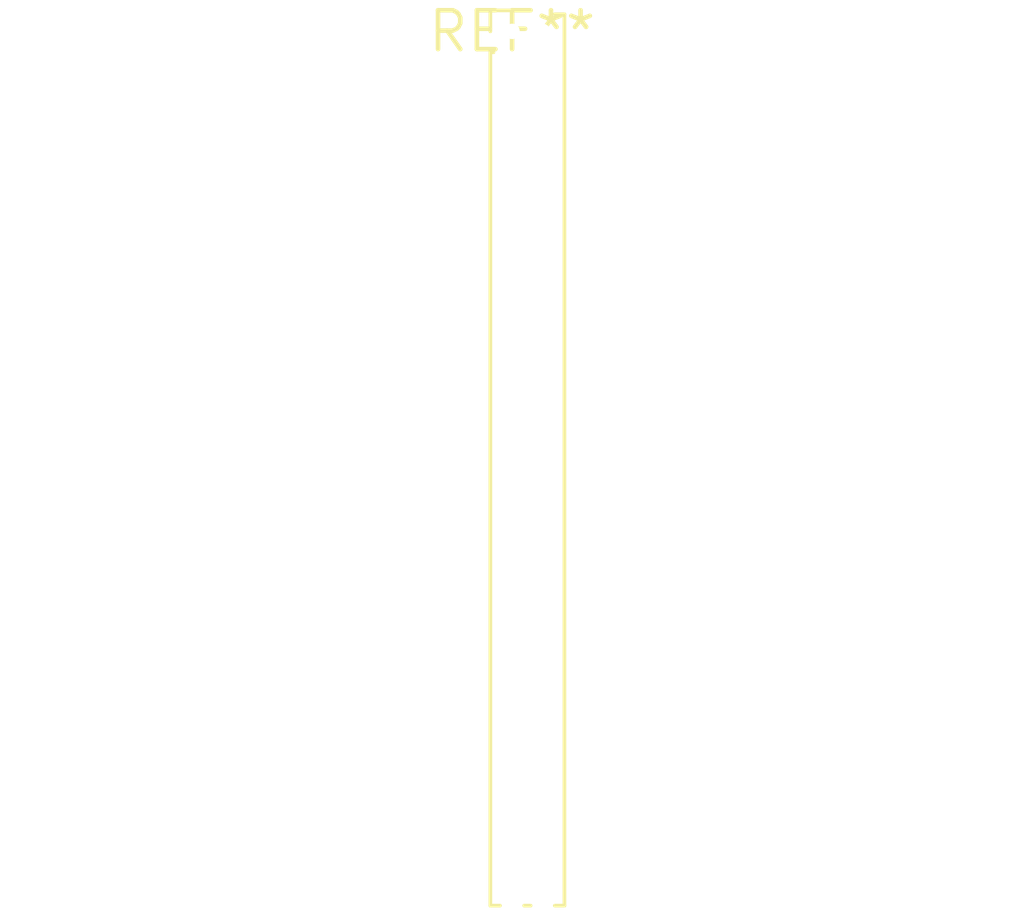
<source format=kicad_pcb>
(kicad_pcb (version 20240108) (generator pcbnew)
  (layers (0 "F.Cu" signal) (31 "B.Cu" signal) (34 "B.Paste" user) (35 "F.Paste" user) (36 "B.SilkS" user "B.Silkscreen") (37 "F.SilkS" user "F.Silkscreen") (38 "B.Mask" user) (39 "F.Mask" user) (44 "Edge.Cuts" user))
  (net 0 "")
  (footprint "PinHeader_2x29_P1.00mm_Vertical" (layer "F.Cu") (at 0 0)
    (property "Reference" "REF**")
    (property "Value" "PinHeader_2x29_P1.00mm_Vertical")
    (fp_line (start -0.71 -0.685) (end 0 -0.685) (layer "F.SilkS") (stroke (width 0.12)))
    (fp_line (start -0.71 0) (end -0.71 -0.685) (layer "F.SilkS") (stroke (width 0.12)))
    (fp_line (start -0.71 0.685) (end -0.71 28.56) (layer "F.SilkS") (stroke (width 0.12)))
    (fp_line (start -0.71 0.685) (end -0.608276 0.685) (layer "F.SilkS") (stroke (width 0.12)))
    (fp_line (start -0.71 28.56) (end -0.394493 28.56) (layer "F.SilkS") (stroke (width 0.12)))
    (fp_line (start 0.394493 28.56) (end 0.605507 28.56) (layer "F.SilkS") (stroke (width 0.12)))
    (fp_line (start 1.394493 -0.56) (end 1.71 -0.56) (layer "F.SilkS") (stroke (width 0.12)))
    (fp_line (start 1.394493 28.56) (end 1.71 28.56) (layer "F.SilkS") (stroke (width 0.12)))
    (fp_line (start 1.71 -0.56) (end 1.71 28.56) (layer "F.SilkS") (stroke (width 0.12)))
    (pad "1" thru_hole rect (at 0 0) (size 0.85 0.85) (drill 0.5) (layers *.Cu *.Mask) (remove_unused_layers))
    (pad "2" thru_hole oval (at 1 0) (size 0.85 0.85) (drill 0.5) (layers *.Cu *.Mask) (remove_unused_layers))
    (pad "3" thru_hole oval (at 0 1) (size 0.85 0.85) (drill 0.5) (layers *.Cu *.Mask) (remove_unused_layers))
    (pad "4" thru_hole oval (at 1 1) (size 0.85 0.85) (drill 0.5) (layers *.Cu *.Mask) (remove_unused_layers))
    (pad "5" thru_hole oval (at 0 2) (size 0.85 0.85) (drill 0.5) (layers *.Cu *.Mask) (remove_unused_layers))
    (pad "6" thru_hole oval (at 1 2) (size 0.85 0.85) (drill 0.5) (layers *.Cu *.Mask) (remove_unused_layers))
    (pad "7" thru_hole oval (at 0 3) (size 0.85 0.85) (drill 0.5) (layers *.Cu *.Mask) (remove_unused_layers))
    (pad "8" thru_hole oval (at 1 3) (size 0.85 0.85) (drill 0.5) (layers *.Cu *.Mask) (remove_unused_layers))
    (pad "9" thru_hole oval (at 0 4) (size 0.85 0.85) (drill 0.5) (layers *.Cu *.Mask) (remove_unused_layers))
    (pad "10" thru_hole oval (at 1 4) (size 0.85 0.85) (drill 0.5) (layers *.Cu *.Mask) (remove_unused_layers))
    (pad "11" thru_hole oval (at 0 5) (size 0.85 0.85) (drill 0.5) (layers *.Cu *.Mask) (remove_unused_layers))
    (pad "12" thru_hole oval (at 1 5) (size 0.85 0.85) (drill 0.5) (layers *.Cu *.Mask) (remove_unused_layers))
    (pad "13" thru_hole oval (at 0 6) (size 0.85 0.85) (drill 0.5) (layers *.Cu *.Mask) (remove_unused_layers))
    (pad "14" thru_hole oval (at 1 6) (size 0.85 0.85) (drill 0.5) (layers *.Cu *.Mask) (remove_unused_layers))
    (pad "15" thru_hole oval (at 0 7) (size 0.85 0.85) (drill 0.5) (layers *.Cu *.Mask) (remove_unused_layers))
    (pad "16" thru_hole oval (at 1 7) (size 0.85 0.85) (drill 0.5) (layers *.Cu *.Mask) (remove_unused_layers))
    (pad "17" thru_hole oval (at 0 8) (size 0.85 0.85) (drill 0.5) (layers *.Cu *.Mask) (remove_unused_layers))
    (pad "18" thru_hole oval (at 1 8) (size 0.85 0.85) (drill 0.5) (layers *.Cu *.Mask) (remove_unused_layers))
    (pad "19" thru_hole oval (at 0 9) (size 0.85 0.85) (drill 0.5) (layers *.Cu *.Mask) (remove_unused_layers))
    (pad "20" thru_hole oval (at 1 9) (size 0.85 0.85) (drill 0.5) (layers *.Cu *.Mask) (remove_unused_layers))
    (pad "21" thru_hole oval (at 0 10) (size 0.85 0.85) (drill 0.5) (layers *.Cu *.Mask) (remove_unused_layers))
    (pad "22" thru_hole oval (at 1 10) (size 0.85 0.85) (drill 0.5) (layers *.Cu *.Mask) (remove_unused_layers))
    (pad "23" thru_hole oval (at 0 11) (size 0.85 0.85) (drill 0.5) (layers *.Cu *.Mask) (remove_unused_layers))
    (pad "24" thru_hole oval (at 1 11) (size 0.85 0.85) (drill 0.5) (layers *.Cu *.Mask) (remove_unused_layers))
    (pad "25" thru_hole oval (at 0 12) (size 0.85 0.85) (drill 0.5) (layers *.Cu *.Mask) (remove_unused_layers))
    (pad "26" thru_hole oval (at 1 12) (size 0.85 0.85) (drill 0.5) (layers *.Cu *.Mask) (remove_unused_layers))
    (pad "27" thru_hole oval (at 0 13) (size 0.85 0.85) (drill 0.5) (layers *.Cu *.Mask) (remove_unused_layers))
    (pad "28" thru_hole oval (at 1 13) (size 0.85 0.85) (drill 0.5) (layers *.Cu *.Mask) (remove_unused_layers))
    (pad "29" thru_hole oval (at 0 14) (size 0.85 0.85) (drill 0.5) (layers *.Cu *.Mask) (remove_unused_layers))
    (pad "30" thru_hole oval (at 1 14) (size 0.85 0.85) (drill 0.5) (layers *.Cu *.Mask) (remove_unused_layers))
    (pad "31" thru_hole oval (at 0 15) (size 0.85 0.85) (drill 0.5) (layers *.Cu *.Mask) (remove_unused_layers))
    (pad "32" thru_hole oval (at 1 15) (size 0.85 0.85) (drill 0.5) (layers *.Cu *.Mask) (remove_unused_layers))
    (pad "33" thru_hole oval (at 0 16) (size 0.85 0.85) (drill 0.5) (layers *.Cu *.Mask) (remove_unused_layers))
    (pad "34" thru_hole oval (at 1 16) (size 0.85 0.85) (drill 0.5) (layers *.Cu *.Mask) (remove_unused_layers))
    (pad "35" thru_hole oval (at 0 17) (size 0.85 0.85) (drill 0.5) (layers *.Cu *.Mask) (remove_unused_layers))
    (pad "36" thru_hole oval (at 1 17) (size 0.85 0.85) (drill 0.5) (layers *.Cu *.Mask) (remove_unused_layers))
    (pad "37" thru_hole oval (at 0 18) (size 0.85 0.85) (drill 0.5) (layers *.Cu *.Mask) (remove_unused_layers))
    (pad "38" thru_hole oval (at 1 18) (size 0.85 0.85) (drill 0.5) (layers *.Cu *.Mask) (remove_unused_layers))
    (pad "39" thru_hole oval (at 0 19) (size 0.85 0.85) (drill 0.5) (layers *.Cu *.Mask) (remove_unused_layers))
    (pad "40" thru_hole oval (at 1 19) (size 0.85 0.85) (drill 0.5) (layers *.Cu *.Mask) (remove_unused_layers))
    (pad "41" thru_hole oval (at 0 20) (size 0.85 0.85) (drill 0.5) (layers *.Cu *.Mask) (remove_unused_layers))
    (pad "42" thru_hole oval (at 1 20) (size 0.85 0.85) (drill 0.5) (layers *.Cu *.Mask) (remove_unused_layers))
    (pad "43" thru_hole oval (at 0 21) (size 0.85 0.85) (drill 0.5) (layers *.Cu *.Mask) (remove_unused_layers))
    (pad "44" thru_hole oval (at 1 21) (size 0.85 0.85) (drill 0.5) (layers *.Cu *.Mask) (remove_unused_layers))
    (pad "45" thru_hole oval (at 0 22) (size 0.85 0.85) (drill 0.5) (layers *.Cu *.Mask) (remove_unused_layers))
    (pad "46" thru_hole oval (at 1 22) (size 0.85 0.85) (drill 0.5) (layers *.Cu *.Mask) (remove_unused_layers))
    (pad "47" thru_hole oval (at 0 23) (size 0.85 0.85) (drill 0.5) (layers *.Cu *.Mask) (remove_unused_layers))
    (pad "48" thru_hole oval (at 1 23) (size 0.85 0.85) (drill 0.5) (layers *.Cu *.Mask) (remove_unused_layers))
    (pad "49" thru_hole oval (at 0 24) (size 0.85 0.85) (drill 0.5) (layers *.Cu *.Mask) (remove_unused_layers))
    (pad "50" thru_hole oval (at 1 24) (size 0.85 0.85) (drill 0.5) (layers *.Cu *.Mask) (remove_unused_layers))
    (pad "51" thru_hole oval (at 0 25) (size 0.85 0.85) (drill 0.5) (layers *.Cu *.Mask) (remove_unused_layers))
    (pad "52" thru_hole oval (at 1 25) (size 0.85 0.85) (drill 0.5) (layers *.Cu *.Mask) (remove_unused_layers))
    (pad "53" thru_hole oval (at 0 26) (size 0.85 0.85) (drill 0.5) (layers *.Cu *.Mask) (remove_unused_layers))
    (pad "54" thru_hole oval (at 1 26) (size 0.85 0.85) (drill 0.5) (layers *.Cu *.Mask) (remove_unused_layers))
    (pad "55" thru_hole oval (at 0 27) (size 0.85 0.85) (drill 0.5) (layers *.Cu *.Mask) (remove_unused_layers))
    (pad "56" thru_hole oval (at 1 27) (size 0.85 0.85) (drill 0.5) (layers *.Cu *.Mask) (remove_unused_layers))
    (pad "57" thru_hole oval (at 0 28) (size 0.85 0.85) (drill 0.5) (layers *.Cu *.Mask) (remove_unused_layers))
    (pad "58" thru_hole oval (at 1 28) (size 0.85 0.85) (drill 0.5) (layers *.Cu *.Mask) (remove_unused_layers))
  )
)
</source>
